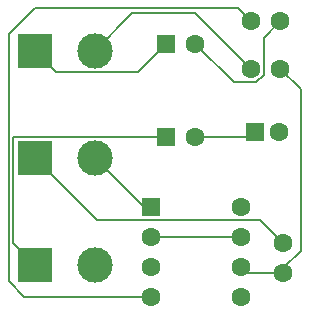
<source format=gbr>
%TF.GenerationSoftware,KiCad,Pcbnew,9.0.2*%
%TF.CreationDate,2025-12-19T01:31:02+05:30*%
%TF.ProjectId,assignment,61737369-676e-46d6-956e-742e6b696361,rev?*%
%TF.SameCoordinates,Original*%
%TF.FileFunction,Copper,L1,Top*%
%TF.FilePolarity,Positive*%
%FSLAX46Y46*%
G04 Gerber Fmt 4.6, Leading zero omitted, Abs format (unit mm)*
G04 Created by KiCad (PCBNEW 9.0.2) date 2025-12-19 01:31:02*
%MOMM*%
%LPD*%
G01*
G04 APERTURE LIST*
G04 Aperture macros list*
%AMRoundRect*
0 Rectangle with rounded corners*
0 $1 Rounding radius*
0 $2 $3 $4 $5 $6 $7 $8 $9 X,Y pos of 4 corners*
0 Add a 4 corners polygon primitive as box body*
4,1,4,$2,$3,$4,$5,$6,$7,$8,$9,$2,$3,0*
0 Add four circle primitives for the rounded corners*
1,1,$1+$1,$2,$3*
1,1,$1+$1,$4,$5*
1,1,$1+$1,$6,$7*
1,1,$1+$1,$8,$9*
0 Add four rect primitives between the rounded corners*
20,1,$1+$1,$2,$3,$4,$5,0*
20,1,$1+$1,$4,$5,$6,$7,0*
20,1,$1+$1,$6,$7,$8,$9,0*
20,1,$1+$1,$8,$9,$2,$3,0*%
G04 Aperture macros list end*
%TA.AperFunction,ComponentPad*%
%ADD10RoundRect,0.250000X-0.550000X-0.550000X0.550000X-0.550000X0.550000X0.550000X-0.550000X0.550000X0*%
%TD*%
%TA.AperFunction,ComponentPad*%
%ADD11C,1.600000*%
%TD*%
%TA.AperFunction,ComponentPad*%
%ADD12R,3.000000X3.000000*%
%TD*%
%TA.AperFunction,ComponentPad*%
%ADD13C,3.000000*%
%TD*%
%TA.AperFunction,Conductor*%
%ADD14C,0.200000*%
%TD*%
G04 APERTURE END LIST*
D10*
%TO.P,C3,1*%
%TO.N,Net-(U1-Q)*%
X139139775Y-79010000D03*
D11*
%TO.P,C3,2*%
%TO.N,Net-(J3-Pin_2)*%
X141139775Y-79010000D03*
%TD*%
D12*
%TO.P,J2,1,Pin_1*%
%TO.N,Net-(J2-Pin_1)*%
X120480000Y-81210000D03*
D13*
%TO.P,J2,2,Pin_2*%
%TO.N,Net-(J2-Pin_2)*%
X125560000Y-81210000D03*
%TD*%
D10*
%TO.P,U1,1,GND*%
%TO.N,Net-(J2-Pin_2)*%
X130380000Y-85380000D03*
D11*
%TO.P,U1,2,TR*%
%TO.N,Net-(U1-DIS)*%
X130380000Y-87920000D03*
%TO.P,U1,3,Q*%
%TO.N,Net-(U1-Q)*%
X130380000Y-90460000D03*
%TO.P,U1,4,R*%
%TO.N,Net-(U1-R)*%
X130380000Y-93000000D03*
%TO.P,U1,5,CV*%
%TO.N,Net-(U1-CV)*%
X138000000Y-93000000D03*
%TO.P,U1,6,THR*%
%TO.N,Net-(U1-DIS)*%
X138000000Y-90460000D03*
%TO.P,U1,7,DIS*%
X138000000Y-87920000D03*
%TO.P,U1,8,VCC*%
%TO.N,unconnected-(U1-VCC-Pad8)*%
X138000000Y-85380000D03*
%TD*%
%TO.P,C1,1*%
%TO.N,Net-(U1-R)*%
X138800000Y-69660000D03*
%TO.P,C1,2*%
%TO.N,Net-(U1-CV)*%
X141300000Y-69660000D03*
%TD*%
%TO.P,R1,1*%
%TO.N,Net-(J2-Pin_1)*%
X141500000Y-88455000D03*
%TO.P,R1,2*%
%TO.N,Net-(U1-DIS)*%
X141500000Y-90995000D03*
%TD*%
D10*
%TO.P,C4,1*%
%TO.N,Net-(J1-Pin_1)*%
X131605241Y-71560000D03*
D11*
%TO.P,C4,2*%
%TO.N,Net-(U1-CV)*%
X134105241Y-71560000D03*
%TD*%
D10*
%TO.P,C5,1*%
%TO.N,Net-(J3-Pin_1)*%
X131605241Y-79410000D03*
D11*
%TO.P,C5,2*%
%TO.N,Net-(U1-Q)*%
X134105241Y-79410000D03*
%TD*%
%TO.P,C2,1*%
%TO.N,Net-(J1-Pin_2)*%
X138800000Y-73710000D03*
%TO.P,C2,2*%
%TO.N,Net-(U1-DIS)*%
X141300000Y-73710000D03*
%TD*%
D12*
%TO.P,J1,1,Pin_1*%
%TO.N,Net-(J1-Pin_1)*%
X120480000Y-72160000D03*
D13*
%TO.P,J1,2,Pin_2*%
%TO.N,Net-(J1-Pin_2)*%
X125560000Y-72160000D03*
%TD*%
D12*
%TO.P,J3,1,Pin_1*%
%TO.N,Net-(J3-Pin_1)*%
X120480000Y-90260000D03*
D13*
%TO.P,J3,2,Pin_2*%
%TO.N,Net-(J3-Pin_2)*%
X125560000Y-90260000D03*
%TD*%
D14*
%TO.N,Net-(U1-CV)*%
X139901000Y-71059000D02*
X139901000Y-74166050D01*
X139256050Y-74811000D02*
X137356241Y-74811000D01*
X141300000Y-69660000D02*
X139901000Y-71059000D01*
X139901000Y-74166050D02*
X139256050Y-74811000D01*
X137356241Y-74811000D02*
X134105241Y-71560000D01*
%TO.N,Net-(U1-R)*%
X137690475Y-68550475D02*
X120487525Y-68550475D01*
X118278000Y-91660000D02*
X119618000Y-93000000D01*
X138800000Y-69660000D02*
X137690475Y-68550475D01*
X118278000Y-70760000D02*
X118278000Y-91660000D01*
X119618000Y-93000000D02*
X130380000Y-93000000D01*
X120487525Y-68550475D02*
X118278000Y-70760000D01*
%TO.N,Net-(J1-Pin_2)*%
X128768525Y-68951475D02*
X134041475Y-68951475D01*
X125560000Y-72160000D02*
X128768525Y-68951475D01*
X134041475Y-68951475D02*
X138800000Y-73710000D01*
%TO.N,Net-(U1-DIS)*%
X141500000Y-90995000D02*
X138535000Y-90995000D01*
X130380000Y-87920000D02*
X138000000Y-87920000D01*
X143002000Y-75412000D02*
X141300000Y-73710000D01*
X138535000Y-90995000D02*
X138000000Y-90460000D01*
X143002000Y-89077150D02*
X143002000Y-75412000D01*
X141619150Y-90460000D02*
X143002000Y-89077150D01*
%TO.N,Net-(U1-Q)*%
X138739775Y-79410000D02*
X139139775Y-79010000D01*
X134105241Y-79410000D02*
X138739775Y-79410000D01*
%TO.N,Net-(J1-Pin_1)*%
X120480000Y-72160000D02*
X122281000Y-73961000D01*
X122281000Y-73961000D02*
X129204241Y-73961000D01*
X129204241Y-73961000D02*
X131605241Y-71560000D01*
%TO.N,Net-(J3-Pin_1)*%
X118679000Y-79409000D02*
X131604241Y-79409000D01*
X120480000Y-90260000D02*
X118679000Y-88459000D01*
X131604241Y-79409000D02*
X131605241Y-79410000D01*
X118679000Y-88459000D02*
X118679000Y-79409000D01*
%TO.N,Net-(J2-Pin_2)*%
X129730000Y-85380000D02*
X130380000Y-85380000D01*
X125560000Y-81210000D02*
X129730000Y-85380000D01*
%TO.N,Net-(J2-Pin_1)*%
X125751000Y-86481000D02*
X139526000Y-86481000D01*
X120480000Y-81210000D02*
X125751000Y-86481000D01*
X139526000Y-86481000D02*
X141500000Y-88455000D01*
%TD*%
M02*

</source>
